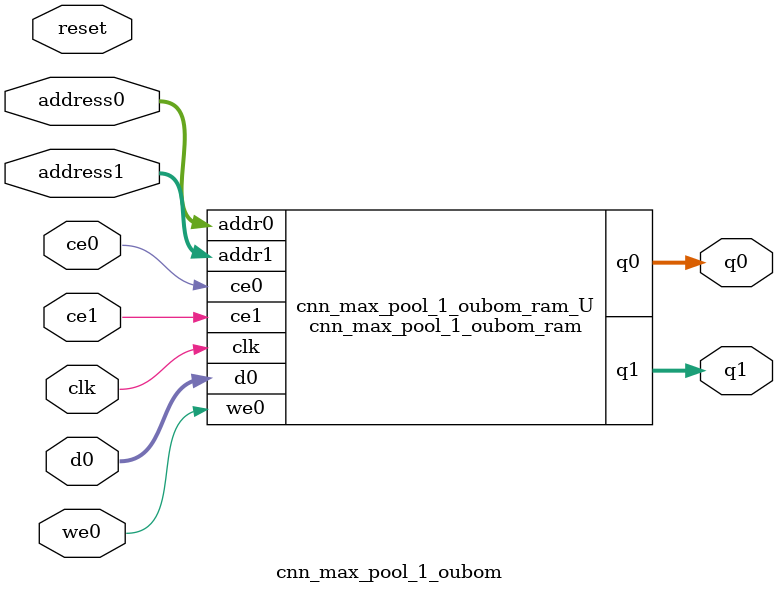
<source format=v>
`timescale 1 ns / 1 ps
module cnn_max_pool_1_oubom_ram (addr0, ce0, d0, we0, q0, addr1, ce1, q1,  clk);

parameter DWIDTH = 14;
parameter AWIDTH = 7;
parameter MEM_SIZE = 120;

input[AWIDTH-1:0] addr0;
input ce0;
input[DWIDTH-1:0] d0;
input we0;
output reg[DWIDTH-1:0] q0;
input[AWIDTH-1:0] addr1;
input ce1;
output reg[DWIDTH-1:0] q1;
input clk;

(* ram_style = "block" *)reg [DWIDTH-1:0] ram[0:MEM_SIZE-1];




always @(posedge clk)  
begin 
    if (ce0) 
    begin
        if (we0) 
        begin 
            ram[addr0] <= d0; 
        end 
        q0 <= ram[addr0];
    end
end


always @(posedge clk)  
begin 
    if (ce1) 
    begin
        q1 <= ram[addr1];
    end
end


endmodule

`timescale 1 ns / 1 ps
module cnn_max_pool_1_oubom(
    reset,
    clk,
    address0,
    ce0,
    we0,
    d0,
    q0,
    address1,
    ce1,
    q1);

parameter DataWidth = 32'd14;
parameter AddressRange = 32'd120;
parameter AddressWidth = 32'd7;
input reset;
input clk;
input[AddressWidth - 1:0] address0;
input ce0;
input we0;
input[DataWidth - 1:0] d0;
output[DataWidth - 1:0] q0;
input[AddressWidth - 1:0] address1;
input ce1;
output[DataWidth - 1:0] q1;



cnn_max_pool_1_oubom_ram cnn_max_pool_1_oubom_ram_U(
    .clk( clk ),
    .addr0( address0 ),
    .ce0( ce0 ),
    .we0( we0 ),
    .d0( d0 ),
    .q0( q0 ),
    .addr1( address1 ),
    .ce1( ce1 ),
    .q1( q1 ));

endmodule


</source>
